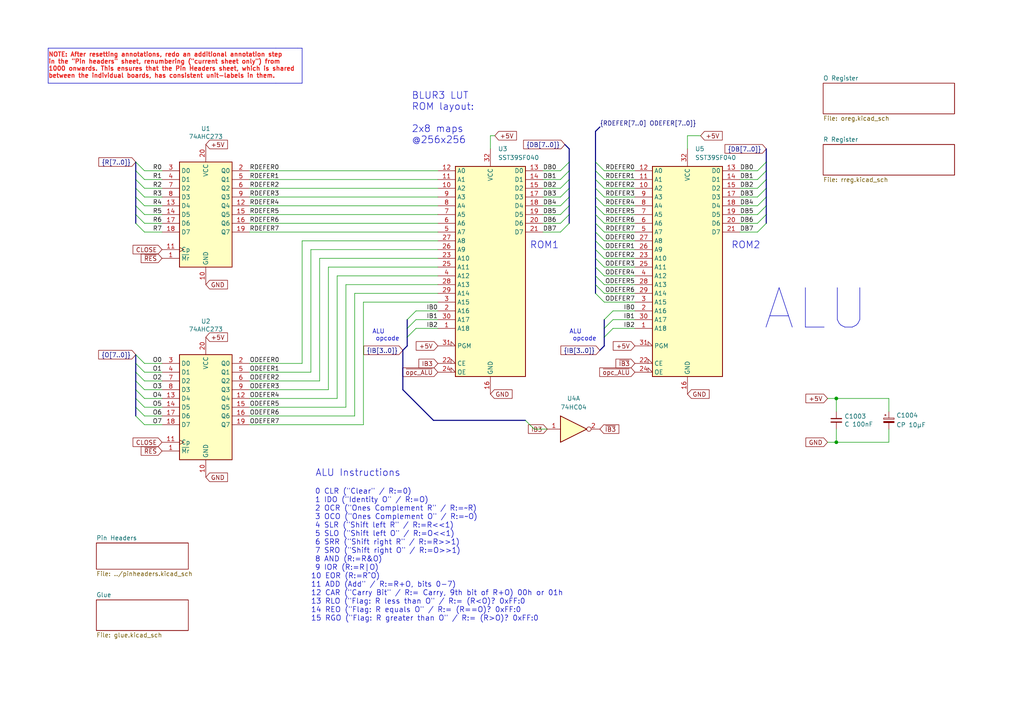
<source format=kicad_sch>
(kicad_sch (version 20231120) (generator "eeschema") (generator_version "8.0")
  (paper "A4")
  (title_block (title "Myth Microcontroller Project") (date "2024-09-21") (rev "1") (company "Picwok.com") (comment 1 "Project Contact: mim@ok-schalter.de (Michael)") (comment 2 "Author: Copyr. 2024 Michael Mangelsdorf/Dosflange@github") (comment 3 "Arithmetic-Logic Module (ALU)") (comment 4 "Main Sheet"))
  (lib_symbols
    (symbol "74xx:74HC04"
      (property "Reference" "U" (at 0 1.27 0))
      (property "Value" "74HC04" (at 0 -1.27 0))
      (symbol "74HC04_1_0"
        (polyline (pts (xy -3.81 3.81) (xy -3.81 -3.81) (xy 3.81 0) (xy -3.81 3.81)) (stroke (width 0.254)) (fill (type background)))
        (pin input line (at -7.62 0 0) (length 3.81) (name "~") (number "1"))
        (pin output inverted (at 7.62 0 180) (length 3.81) (name "~") (number "2"))
      )
      (symbol "74HC04_2_0"
        (polyline (pts (xy -3.81 3.81) (xy -3.81 -3.81) (xy 3.81 0) (xy -3.81 3.81)) (stroke (width 0.254)) (fill (type background)))
        (pin input line (at -7.62 0 0) (length 3.81) (name "~") (number "3"))
        (pin output inverted (at 7.62 0 180) (length 3.81) (name "~") (number "4"))
      )
      (symbol "74HC04_3_0"
        (polyline (pts (xy -3.81 3.81) (xy -3.81 -3.81) (xy 3.81 0) (xy -3.81 3.81)) (stroke (width 0.254)) (fill (type background)))
        (pin input line (at -7.62 0 0) (length 3.81) (name "~") (number "5"))
        (pin output inverted (at 7.62 0 180) (length 3.81) (name "~") (number "6"))
      )
      (symbol "74HC04_4_0"
        (polyline (pts (xy -3.81 3.81) (xy -3.81 -3.81) (xy 3.81 0) (xy -3.81 3.81)) (stroke (width 0.254)) (fill (type background)))
        (pin output inverted (at 7.62 0 180) (length 3.81) (name "~") (number "8"))
        (pin input line (at -7.62 0 0) (length 3.81) (name "~") (number "9"))
      )
      (symbol "74HC04_5_0"
        (polyline (pts (xy -3.81 3.81) (xy -3.81 -3.81) (xy 3.81 0) (xy -3.81 3.81)) (stroke (width 0.254)) (fill (type background)))
        (pin output inverted (at 7.62 0 180) (length 3.81) (name "~") (number "10"))
        (pin input line (at -7.62 0 0) (length 3.81) (name "~") (number "11"))
      )
      (symbol "74HC04_6_0"
        (polyline (pts (xy -3.81 3.81) (xy -3.81 -3.81) (xy 3.81 0) (xy -3.81 3.81)) (stroke (width 0.254)) (fill (type background)))
        (pin output inverted (at 7.62 0 180) (length 3.81) (name "~") (number "12"))
        (pin input line (at -7.62 0 0) (length 3.81) (name "~") (number "13"))
      )
      (symbol "74HC04_7_0"
        (pin power_in line (at 0 12.7 270) (length 5.08) (name "VCC") (number "14"))
        (pin power_in line (at 0 -12.7 90) (length 5.08) (name "GND") (number "7"))
      )
      (symbol "74HC04_7_1"
        (rectangle (start -5.08 7.62) (end 5.08 -7.62) (stroke (width 0.254)) (fill (type background)))
      )
    )
    (symbol "74xx:74HC273"
      (property "Reference" "U" (at -7.62 16.51 0))
      (property "Value" "74HC273" (at -7.62 -16.51 0))
      (symbol "74HC273_1_0"
        (pin input line (at -12.7 -12.7 0) (length 5.08) (name "~{Mr}") (number "1"))
        (pin power_in line (at 0 -20.32 90) (length 5.08) (name "GND") (number "10"))
        (pin input clock (at -12.7 -10.16 0) (length 5.08) (name "Cp") (number "11"))
        (pin output line (at 12.7 2.54 180) (length 5.08) (name "Q4") (number "12"))
        (pin input line (at -12.7 2.54 0) (length 5.08) (name "D4") (number "13"))
        (pin input line (at -12.7 0 0) (length 5.08) (name "D5") (number "14"))
        (pin output line (at 12.7 0 180) (length 5.08) (name "Q5") (number "15"))
        (pin output line (at 12.7 -2.54 180) (length 5.08) (name "Q6") (number "16"))
        (pin input line (at -12.7 -2.54 0) (length 5.08) (name "D6") (number "17"))
        (pin input line (at -12.7 -5.08 0) (length 5.08) (name "D7") (number "18"))
        (pin output line (at 12.7 -5.08 180) (length 5.08) (name "Q7") (number "19"))
        (pin output line (at 12.7 12.7 180) (length 5.08) (name "Q0") (number "2"))
        (pin power_in line (at 0 20.32 270) (length 5.08) (name "VCC") (number "20"))
        (pin input line (at -12.7 12.7 0) (length 5.08) (name "D0") (number "3"))
        (pin input line (at -12.7 10.16 0) (length 5.08) (name "D1") (number "4"))
        (pin output line (at 12.7 10.16 180) (length 5.08) (name "Q1") (number "5"))
        (pin output line (at 12.7 7.62 180) (length 5.08) (name "Q2") (number "6"))
        (pin input line (at -12.7 7.62 0) (length 5.08) (name "D2") (number "7"))
        (pin input line (at -12.7 5.08 0) (length 5.08) (name "D3") (number "8"))
        (pin output line (at 12.7 5.08 180) (length 5.08) (name "Q3") (number "9"))
      )
      (symbol "74HC273_1_1"
        (rectangle (start -7.62 15.24) (end 7.62 -15.24) (stroke (width 0.254)) (fill (type background)))
      )
    )
    (symbol "Device:C_Polarized_Small" (pin_numbers hide) (pin_names (offset 0.254) hide)
      (property "Reference" "C" (at 0.254 1.778 0))
      (property "Value" "C_Polarized_Small" (at 0.254 -2.032 0))
      (symbol "C_Polarized_Small_0_1"
        (rectangle (start -1.524 -0.3048) (end 1.524 -0.6858) (fill (type outline)))
        (rectangle (start -1.524 0.6858) (end 1.524 0.3048))
        (polyline (pts (xy -1.27 1.524) (xy -0.762 1.524)))
        (polyline (pts (xy -1.016 1.27) (xy -1.016 1.778)))
      )
      (symbol "C_Polarized_Small_1_1"
        (pin passive line (at 0 2.54 270) (length 1.8542) (name "~") (number "1"))
        (pin passive line (at 0 -2.54 90) (length 1.8542) (name "~") (number "2"))
      )
    )
    (symbol "Device:C_Small" (pin_numbers hide) (pin_names (offset 0.254) hide)
      (property "Reference" "C" (at 0.254 1.778 0))
      (property "Value" "C_Small" (at 0.254 -2.032 0))
      (symbol "C_Small_0_1"
        (polyline (pts (xy -1.524 -0.508) (xy 1.524 -0.508)) (stroke (width 0.3302)))
        (polyline (pts (xy -1.524 0.508) (xy 1.524 0.508)) (stroke (width 0.3048)))
      )
      (symbol "C_Small_1_1"
        (pin passive line (at 0 2.54 270) (length 2.032) (name "~") (number "1"))
        (pin passive line (at 0 -2.54 90) (length 2.032) (name "~") (number "2"))
      )
    )
    (symbol "Memory_Flash:SST39SF040"
      (property "Reference" "U" (at 2.54 33.02 0))
      (property "Value" "SST39SF040" (at 0 -30.48 0))
      (symbol "SST39SF040_0_0"
        (pin power_in line (at 0 -34.29 90) (length 5.08) (name "GND") (number "16"))
        (pin power_in line (at 0 36.83 270) (length 5.08) (name "VCC") (number "32"))
      )
      (symbol "SST39SF040_0_1"
        (rectangle (start -10.16 31.75) (end 10.16 -29.21) (stroke (width 0.254)) (fill (type background)))
      )
      (symbol "SST39SF040_1_1"
        (pin input line (at -15.24 -15.24 0) (length 5.08) (name "A18") (number "1"))
        (pin input line (at -15.24 25.4 0) (length 5.08) (name "A2") (number "10"))
        (pin input line (at -15.24 27.94 0) (length 5.08) (name "A1") (number "11"))
        (pin input line (at -15.24 30.48 0) (length 5.08) (name "A0") (number "12"))
        (pin tri_state line (at 15.24 30.48 180) (length 5.08) (name "D0") (number "13"))
        (pin tri_state line (at 15.24 27.94 180) (length 5.08) (name "D1") (number "14"))
        (pin tri_state line (at 15.24 25.4 180) (length 5.08) (name "D2") (number "15"))
        (pin tri_state line (at 15.24 22.86 180) (length 5.08) (name "D3") (number "17"))
        (pin tri_state line (at 15.24 20.32 180) (length 5.08) (name "D4") (number "18"))
        (pin tri_state line (at 15.24 17.78 180) (length 5.08) (name "D5") (number "19"))
        (pin input line (at -15.24 -10.16 0) (length 5.08) (name "A16") (number "2"))
        (pin tri_state line (at 15.24 15.24 180) (length 5.08) (name "D6") (number "20"))
        (pin tri_state line (at 15.24 12.7 180) (length 5.08) (name "D7") (number "21"))
        (pin input input_low (at -15.24 -25.4 0) (length 5.08) (name "CE") (number "22"))
        (pin input line (at -15.24 5.08 0) (length 5.08) (name "A10") (number "23"))
        (pin input input_low (at -15.24 -27.94 0) (length 5.08) (name "OE") (number "24"))
        (pin input line (at -15.24 2.54 0) (length 5.08) (name "A11") (number "25"))
        (pin input line (at -15.24 7.62 0) (length 5.08) (name "A9") (number "26"))
        (pin input line (at -15.24 10.16 0) (length 5.08) (name "A8") (number "27"))
        (pin input line (at -15.24 -2.54 0) (length 5.08) (name "A13") (number "28"))
        (pin input line (at -15.24 -5.08 0) (length 5.08) (name "A14") (number "29"))
        (pin input line (at -15.24 -7.62 0) (length 5.08) (name "A15") (number "3"))
        (pin input line (at -15.24 -12.7 0) (length 5.08) (name "A17") (number "30"))
        (pin input input_low (at -15.24 -20.32 0) (length 5.08) (name "PGM") (number "31"))
        (pin input line (at -15.24 0 0) (length 5.08) (name "A12") (number "4"))
        (pin input line (at -15.24 12.7 0) (length 5.08) (name "A7") (number "5"))
        (pin input line (at -15.24 15.24 0) (length 5.08) (name "A6") (number "6"))
        (pin input line (at -15.24 17.78 0) (length 5.08) (name "A5") (number "7"))
        (pin input line (at -15.24 20.32 0) (length 5.08) (name "A4") (number "8"))
        (pin input line (at -15.24 22.86 0) (length 5.08) (name "A3") (number "9"))
      )
    )
  )
  (junction (at 242.57 115.57))
  (junction (at 242.57 128.27))
  (bus_entry (at 162.56 49.53) (size 2.54 -2.54))
  (bus_entry (at 152.4 121.92) (size 2.54 2.54))
  (bus_entry (at 120.65 95.25) (size -2.54 2.54))
  (bus_entry (at 175.26 72.39) (size -2.54 -2.54))
  (bus_entry (at 120.65 90.17) (size -2.54 2.54))
  (bus_entry (at 219.71 54.61) (size 2.54 -2.54))
  (bus_entry (at 175.26 67.31) (size -2.54 -2.54))
  (bus_entry (at 219.71 52.07) (size 2.54 -2.54))
  (bus_entry (at 41.91 64.77) (size -2.54 -2.54))
  (bus_entry (at 41.91 113.03) (size -2.54 -2.54))
  (bus_entry (at 120.65 92.71) (size -2.54 2.54))
  (bus_entry (at 175.26 57.15) (size -2.54 -2.54))
  (bus_entry (at 175.26 52.07) (size -2.54 -2.54))
  (bus_entry (at 41.91 62.23) (size -2.54 -2.54))
  (bus_entry (at 175.26 64.77) (size -2.54 -2.54))
  (bus_entry (at 175.26 59.69) (size -2.54 -2.54))
  (bus_entry (at 41.91 52.07) (size -2.54 -2.54))
  (bus_entry (at 177.8 92.71) (size -2.54 2.54))
  (bus_entry (at 175.26 77.47) (size -2.54 -2.54))
  (bus_entry (at 219.71 59.69) (size 2.54 -2.54))
  (bus_entry (at 177.8 95.25) (size -2.54 2.54))
  (bus_entry (at 41.91 57.15) (size -2.54 -2.54))
  (bus_entry (at 175.26 49.53) (size -2.54 -2.54))
  (bus_entry (at 41.91 118.11) (size -2.54 -2.54))
  (bus_entry (at 175.26 85.09) (size -2.54 -2.54))
  (bus_entry (at 41.91 123.19) (size -2.54 -2.54))
  (bus_entry (at 162.56 59.69) (size 2.54 -2.54))
  (bus_entry (at 219.71 49.53) (size 2.54 -2.54))
  (bus_entry (at 41.91 59.69) (size -2.54 -2.54))
  (bus_entry (at 162.56 52.07) (size 2.54 -2.54))
  (bus_entry (at 41.91 110.49) (size -2.54 -2.54))
  (bus_entry (at 41.91 120.65) (size -2.54 -2.54))
  (bus_entry (at 219.71 57.15) (size 2.54 -2.54))
  (bus_entry (at 219.71 67.31) (size 2.54 -2.54))
  (bus_entry (at 162.56 67.31) (size 2.54 -2.54))
  (bus_entry (at 175.26 82.55) (size -2.54 -2.54))
  (bus_entry (at 41.91 49.53) (size -2.54 -2.54))
  (bus_entry (at 175.26 54.61) (size -2.54 -2.54))
  (bus_entry (at 175.26 74.93) (size -2.54 -2.54))
  (bus_entry (at 219.71 64.77) (size 2.54 -2.54))
  (bus_entry (at 41.91 107.95) (size -2.54 -2.54))
  (bus_entry (at 175.26 62.23) (size -2.54 -2.54))
  (bus_entry (at 162.56 62.23) (size 2.54 -2.54))
  (bus_entry (at 162.56 64.77) (size 2.54 -2.54))
  (bus_entry (at 162.56 54.61) (size 2.54 -2.54))
  (bus_entry (at 41.91 115.57) (size -2.54 -2.54))
  (bus_entry (at 175.26 80.01) (size -2.54 -2.54))
  (bus_entry (at 41.91 105.41) (size -2.54 -2.54))
  (bus_entry (at 175.26 87.63) (size -2.54 -2.54))
  (bus_entry (at 177.8 90.17) (size -2.54 2.54))
  (bus_entry (at 162.56 57.15) (size 2.54 -2.54))
  (bus_entry (at 219.71 62.23) (size 2.54 -2.54))
  (bus_entry (at 175.26 69.85) (size -2.54 -2.54))
  (bus_entry (at 41.91 54.61) (size -2.54 -2.54))
  (bus_entry (at 41.91 67.31) (size -2.54 -2.54))
  (wire (pts (xy 87.63 69.85) (xy 127 69.85)))
  (wire (pts (xy 120.65 95.25) (xy 127 95.25)))
  (bus (pts (xy 172.72 38.1) (xy 172.72 46.99)))
  (bus (pts (xy 165.1 46.99) (xy 165.1 49.53)))
  (wire (pts (xy 157.48 54.61) (xy 162.56 54.61)))
  (wire (pts (xy 72.39 110.49) (xy 92.71 110.49)))
  (bus (pts (xy 175.26 95.25) (xy 175.26 97.79)))
  (polyline (pts (xy 13.97 13.97) (xy 13.97 24.13)))
  (bus (pts (xy 172.72 57.15) (xy 172.72 54.61)))
  (wire (pts (xy 240.03 115.57) (xy 242.57 115.57)))
  (wire (pts (xy 175.26 74.93) (xy 184.15 74.93)))
  (wire (pts (xy 90.17 72.39) (xy 127 72.39)))
  (wire (pts (xy 142.24 39.37) (xy 142.24 43.18)))
  (bus (pts (xy 116.84 101.6) (xy 116.84 113.03)))
  (wire (pts (xy 100.33 82.55) (xy 100.33 118.11)))
  (wire (pts (xy 72.39 49.53) (xy 127 49.53)))
  (bus (pts (xy 172.72 67.31) (xy 172.72 64.77)))
  (bus (pts (xy 39.37 118.11) (xy 39.37 120.65)))
  (wire (pts (xy 242.57 119.38) (xy 242.57 115.57)))
  (wire (pts (xy 157.48 52.07) (xy 162.56 52.07)))
  (wire (pts (xy 157.48 59.69) (xy 162.56 59.69)))
  (wire (pts (xy 157.48 64.77) (xy 162.56 64.77)))
  (bus (pts (xy 222.25 43.18) (xy 222.25 46.99)))
  (wire (pts (xy 214.63 54.61) (xy 219.71 54.61)))
  (wire (pts (xy 142.24 39.37) (xy 143.51 39.37)))
  (wire (pts (xy 72.39 107.95) (xy 90.17 107.95)))
  (polyline (pts (xy 87.63 13.97) (xy 87.63 24.13)))
  (wire (pts (xy 72.39 64.77) (xy 127 64.77)))
  (wire (pts (xy 72.39 54.61) (xy 127 54.61)))
  (wire (pts (xy 157.48 67.31) (xy 162.56 67.31)))
  (wire (pts (xy 257.81 124.46) (xy 257.81 128.27)))
  (wire (pts (xy 175.26 72.39) (xy 184.15 72.39)))
  (wire (pts (xy 154.94 124.46) (xy 158.75 124.46)))
  (bus (pts (xy 39.37 102.87) (xy 39.37 105.41)))
  (wire (pts (xy 87.63 69.85) (xy 87.63 105.41)))
  (bus (pts (xy 165.1 59.69) (xy 165.1 62.23)))
  (wire (pts (xy 214.63 49.53) (xy 219.71 49.53)))
  (wire (pts (xy 92.71 74.93) (xy 92.71 110.49)))
  (polyline (pts (xy 80.01 24.13) (xy 87.63 24.13)))
  (wire (pts (xy 120.65 92.71) (xy 127 92.71)))
  (wire (pts (xy 240.03 128.27) (xy 242.57 128.27)))
  (wire (pts (xy 175.26 77.47) (xy 184.15 77.47)))
  (bus (pts (xy 39.37 49.53) (xy 39.37 52.07)))
  (bus (pts (xy 172.72 80.01) (xy 172.72 77.47)))
  (wire (pts (xy 175.26 54.61) (xy 184.15 54.61)))
  (wire (pts (xy 242.57 128.27) (xy 257.81 128.27)))
  (bus (pts (xy 222.25 52.07) (xy 222.25 54.61)))
  (wire (pts (xy 72.39 57.15) (xy 127 57.15)))
  (bus (pts (xy 172.72 69.85) (xy 172.72 67.31)))
  (wire (pts (xy 242.57 115.57) (xy 257.81 115.57)))
  (bus (pts (xy 39.37 107.95) (xy 39.37 110.49)))
  (wire (pts (xy 72.39 62.23) (xy 127 62.23)))
  (bus (pts (xy 118.11 92.71) (xy 118.11 95.25)))
  (wire (pts (xy 46.99 67.31) (xy 41.91 67.31)))
  (bus (pts (xy 172.72 72.39) (xy 172.72 69.85)))
  (wire (pts (xy 95.25 77.47) (xy 95.25 113.03)))
  (wire (pts (xy 175.26 67.31) (xy 184.15 67.31)))
  (bus (pts (xy 172.72 74.93) (xy 172.72 72.39)))
  (wire (pts (xy 214.63 62.23) (xy 219.71 62.23)))
  (wire (pts (xy 46.99 57.15) (xy 41.91 57.15)))
  (wire (pts (xy 72.39 120.65) (xy 102.87 120.65)))
  (wire (pts (xy 97.79 80.01) (xy 127 80.01)))
  (bus (pts (xy 39.37 115.57) (xy 39.37 118.11)))
  (bus (pts (xy 222.25 54.61) (xy 222.25 57.15)))
  (wire (pts (xy 90.17 72.39) (xy 90.17 107.95)))
  (bus (pts (xy 172.72 82.55) (xy 172.72 80.01)))
  (wire (pts (xy 100.33 82.55) (xy 127 82.55)))
  (bus (pts (xy 172.72 64.77) (xy 172.72 62.23)))
  (wire (pts (xy 177.8 92.71) (xy 184.15 92.71)))
  (wire (pts (xy 257.81 119.38) (xy 257.81 115.57)))
  (wire (pts (xy 46.99 59.69) (xy 41.91 59.69)))
  (bus (pts (xy 222.25 59.69) (xy 222.25 62.23)))
  (wire (pts (xy 175.26 57.15) (xy 184.15 57.15)))
  (bus (pts (xy 152.4 121.92) (xy 125.73 121.92)))
  (bus (pts (xy 165.1 49.53) (xy 165.1 52.07)))
  (polyline (pts (xy 86.36 13.97) (xy 87.63 13.97)))
  (wire (pts (xy 214.63 64.77) (xy 219.71 64.77)))
  (wire (pts (xy 175.26 59.69) (xy 184.15 59.69)))
  (wire (pts (xy 46.99 110.49) (xy 41.91 110.49)))
  (polyline (pts (xy 13.97 13.97) (xy 80.01 13.97)))
  (wire (pts (xy 46.99 123.19) (xy 41.91 123.19)))
  (bus (pts (xy 172.72 49.53) (xy 172.72 46.99)))
  (wire (pts (xy 46.99 107.95) (xy 41.91 107.95)))
  (wire (pts (xy 105.41 87.63) (xy 105.41 123.19)))
  (wire (pts (xy 105.41 87.63) (xy 127 87.63)))
  (wire (pts (xy 46.99 120.65) (xy 41.91 120.65)))
  (bus (pts (xy 118.11 97.79) (xy 118.11 100.33)))
  (bus (pts (xy 222.25 46.99) (xy 222.25 49.53)))
  (wire (pts (xy 157.48 49.53) (xy 162.56 49.53)))
  (wire (pts (xy 72.39 118.11) (xy 100.33 118.11)))
  (wire (pts (xy 242.57 124.46) (xy 242.57 128.27)))
  (bus (pts (xy 39.37 113.03) (xy 39.37 115.57)))
  (bus (pts (xy 39.37 57.15) (xy 39.37 59.69)))
  (bus (pts (xy 172.72 52.07) (xy 172.72 49.53)))
  (bus (pts (xy 39.37 105.41) (xy 39.37 107.95)))
  (bus (pts (xy 165.1 43.18) (xy 165.1 46.99)))
  (bus (pts (xy 175.26 97.79) (xy 175.26 100.33)))
  (polyline (pts (xy 80.01 13.97) (xy 86.36 13.97)))
  (wire (pts (xy 46.99 62.23) (xy 41.91 62.23)))
  (wire (pts (xy 175.26 87.63) (xy 184.15 87.63)))
  (wire (pts (xy 72.39 115.57) (xy 97.79 115.57)))
  (wire (pts (xy 214.63 52.07) (xy 219.71 52.07)))
  (bus (pts (xy 172.72 77.47) (xy 172.72 74.93)))
  (bus (pts (xy 172.72 62.23) (xy 172.72 59.69)))
  (bus (pts (xy 222.25 62.23) (xy 222.25 64.77)))
  (wire (pts (xy 157.48 57.15) (xy 162.56 57.15)))
  (bus (pts (xy 39.37 52.07) (xy 39.37 54.61)))
  (wire (pts (xy 175.26 52.07) (xy 184.15 52.07)))
  (polyline (pts (xy 13.97 24.13) (xy 80.01 24.13)))
  (bus (pts (xy 118.11 95.25) (xy 118.11 97.79)))
  (wire (pts (xy 95.25 77.47) (xy 127 77.47)))
  (wire (pts (xy 214.63 59.69) (xy 219.71 59.69)))
  (bus (pts (xy 172.72 85.09) (xy 172.72 82.55)))
  (wire (pts (xy 46.99 118.11) (xy 41.91 118.11)))
  (wire (pts (xy 120.65 90.17) (xy 127 90.17)))
  (bus (pts (xy 172.72 38.1) (xy 173.99 36.83)))
  (wire (pts (xy 175.26 64.77) (xy 184.15 64.77)))
  (wire (pts (xy 72.39 67.31) (xy 127 67.31)))
  (wire (pts (xy 177.8 90.17) (xy 184.15 90.17)))
  (wire (pts (xy 72.39 52.07) (xy 127 52.07)))
  (wire (pts (xy 102.87 85.09) (xy 102.87 120.65)))
  (bus (pts (xy 165.1 52.07) (xy 165.1 54.61)))
  (wire (pts (xy 175.26 80.01) (xy 184.15 80.01)))
  (wire (pts (xy 72.39 113.03) (xy 95.25 113.03)))
  (wire (pts (xy 46.99 52.07) (xy 41.91 52.07)))
  (bus (pts (xy 163.83 41.91) (xy 165.1 43.18)))
  (wire (pts (xy 92.71 74.93) (xy 127 74.93)))
  (bus (pts (xy 39.37 59.69) (xy 39.37 62.23)))
  (wire (pts (xy 46.99 115.57) (xy 41.91 115.57)))
  (wire (pts (xy 175.26 69.85) (xy 184.15 69.85)))
  (wire (pts (xy 175.26 82.55) (xy 184.15 82.55)))
  (wire (pts (xy 175.26 62.23) (xy 184.15 62.23)))
  (wire (pts (xy 72.39 105.41) (xy 87.63 105.41)))
  (bus (pts (xy 116.84 101.6) (xy 118.11 100.33)))
  (bus (pts (xy 39.37 54.61) (xy 39.37 57.15)))
  (bus (pts (xy 165.1 62.23) (xy 165.1 64.77)))
  (wire (pts (xy 175.26 85.09) (xy 184.15 85.09)))
  (wire (pts (xy 46.99 105.41) (xy 41.91 105.41)))
  (wire (pts (xy 214.63 67.31) (xy 219.71 67.31)))
  (bus (pts (xy 172.72 59.69) (xy 172.72 57.15)))
  (bus (pts (xy 222.25 57.15) (xy 222.25 59.69)))
  (bus (pts (xy 173.99 101.6) (xy 175.26 100.33)))
  (wire (pts (xy 157.48 62.23) (xy 162.56 62.23)))
  (bus (pts (xy 175.26 92.71) (xy 175.26 95.25)))
  (wire (pts (xy 102.87 85.09) (xy 127 85.09)))
  (wire (pts (xy 199.39 39.37) (xy 199.39 43.18)))
  (wire (pts (xy 46.99 113.03) (xy 41.91 113.03)))
  (wire (pts (xy 97.79 80.01) (xy 97.79 115.57)))
  (wire (pts (xy 72.39 123.19) (xy 105.41 123.19)))
  (bus (pts (xy 39.37 110.49) (xy 39.37 113.03)))
  (wire (pts (xy 177.8 95.25) (xy 184.15 95.25)))
  (wire (pts (xy 199.39 39.37) (xy 203.2 39.37)))
  (wire (pts (xy 46.99 49.53) (xy 41.91 49.53)))
  (wire (pts (xy 46.99 64.77) (xy 41.91 64.77)))
  (wire (pts (xy 214.63 57.15) (xy 219.71 57.15)))
  (bus (pts (xy 172.72 54.61) (xy 172.72 52.07)))
  (bus (pts (xy 39.37 46.99) (xy 39.37 49.53)))
  (bus (pts (xy 165.1 57.15) (xy 165.1 59.69)))
  (bus (pts (xy 125.73 121.92) (xy 116.84 113.03)))
  (wire (pts (xy 46.99 54.61) (xy 41.91 54.61)))
  (wire (pts (xy 175.26 49.53) (xy 184.15 49.53)))
  (bus (pts (xy 222.25 49.53) (xy 222.25 52.07)))
  (bus (pts (xy 165.1 54.61) (xy 165.1 57.15)))
  (bus (pts (xy 39.37 62.23) (xy 39.37 64.77)))
  (wire (pts (xy 72.39 59.69) (xy 127 59.69)))
  (text "BLUR3 LUT\nROM layout:\n\n2x8 maps\n@256x256" (at 119.38 41.91 0) (effects (font (size 2 2)) (justify left bottom)))
  (text "ALU\n opcode" (at 107.95 99.06 0) (effects (font (size 1.27 1.27)) (justify left bottom)))
  (text "NOTE: After resetting annotations, redo an additional annotation step\nin the \"Pin headers\" sheet, renumbering (\"current sheet only\") from\n1000 onwards. This ensures that the Pin Headers sheet, which is shared\nbetween the individual boards, has consistent unit-labels in them." (at 13.97 22.86 0) (effects (font (size 1.27 1.27) (thickness 0.254) (bold yes)) (justify left bottom)))
  (text "\n" (at 74.93 191.77 0) (effects (font (size 1.524 1.524)) (justify left bottom)))
  (text "ALU\n opcode" (at 165.1 99.06 0) (effects (font (size 1.27 1.27)) (justify left bottom)))
  (text " 0 CLR (\"Clear\" / R:=0)\n 1 IDO (\"Identity O\" / R:=O)\n 2 OCR (\"Ones Complement R\" / R:=~R)\n 3 OCO (\"Ones Complement O\" / R:=~O)\n 4 SLR (\"Shift left R\" / R:=R<<1)\n 5 SLO (\"Shift left O\" / R:=O<<1)\n 6 SRR (\"Shift right R\" / R:=R>>1)\n 7 SRO (\"Shift right O\" / R:=O>>1)\n 8 AND (R:=R&O)\n 9 IOR (R:=R|O)\n10 EOR (R:=R^O)\n11 ADD (Add\" / R:=R+O, bits 0-7)\n12 CAR (\"Carry Bit\" / R:= Carry, 9th bit of R+O) 00h or 01h\n13 RLO (\"Flag: R less than O\" / R:= (R<O)? 0xFF:0\n14 REO (\"Flag: R equals O\" / R:= (R==O)? 0xFF:0\n15 RGO (\"Flag: R greater than O\" / R:= (R>O)? 0xFF:0" (at 90.17 180.34 0) (effects (font (size 1.524 1.524)) (justify left bottom)))
  (text "ALU" (at 220.98 96.52 0) (effects (font (size 11.43 11.43)) (justify left bottom)))
  (text "ROM1" (at 153.67 72.39 0) (effects (font (size 2 2)) (justify left bottom)))
  (text "ALU Instructions" (at 91.44 138.43 0) (effects (font (size 2 2)) (justify left bottom)))
  (text "ROM2" (at 212.09 72.39 0) (effects (font (size 2 2)) (justify left bottom)))
  (label "R7" (at 46.99 67.31 180))
  (label "O5" (at 46.99 118.11 180))
  (label "ODEFER3" (at 72.39 113.03 0))
  (label "DB7" (at 157.48 67.31 0))
  (label "R3" (at 46.99 57.15 180))
  (label "R5" (at 46.99 62.23 180))
  (label "DB1" (at 157.48 52.07 0))
  (label "DB7" (at 214.63 67.31 0))
  (label "ODEFER7" (at 72.39 123.19 0))
  (label "RDEFER1" (at 72.39 52.07 0))
  (label "O0" (at 46.99 105.41 180))
  (label "O2" (at 46.99 110.49 180))
  (label "{RDEFER[7..0] ODEFER[7..0]}" (at 173.99 36.83 0))
  (label "IB2" (at 184.15 95.25 180))
  (label "ODEFER2" (at 184.15 74.93 180))
  (label "O6" (at 46.99 120.65 180))
  (label "RDEFER2" (at 184.15 54.61 180))
  (label "RDEFER5" (at 72.39 62.23 0))
  (label "O7" (at 46.99 123.19 180))
  (label "RDEFER7" (at 184.15 67.31 180))
  (label "RDEFER5" (at 184.15 62.23 180))
  (label "IB0" (at 127 90.17 180))
  (label "IB1" (at 184.15 92.71 180))
  (label "ODEFER4" (at 184.15 80.01 180))
  (label "RDEFER1" (at 184.15 52.07 180))
  (label "ODEFER6" (at 184.15 85.09 180))
  (label "IB0" (at 184.15 90.17 180))
  (label "RDEFER3" (at 184.15 57.15 180))
  (label "O3" (at 46.99 113.03 180))
  (label "DB5" (at 214.63 62.23 0))
  (label "O1" (at 46.99 107.95 180))
  (label "R1" (at 46.99 52.07 180))
  (label "ODEFER5" (at 184.15 82.55 180))
  (label "DB0" (at 157.48 49.53 0))
  (label "DB2" (at 157.48 54.61 0))
  (label "RDEFER7" (at 72.39 67.31 0))
  (label "DB4" (at 157.48 59.69 0))
  (label "ODEFER2" (at 72.39 110.49 0))
  (label "ODEFER6" (at 72.39 120.65 0))
  (label "ODEFER1" (at 184.15 72.39 180))
  (label "ODEFER3" (at 184.15 77.47 180))
  (label "RDEFER4" (at 184.15 59.69 180))
  (label "DB4" (at 214.63 59.69 0))
  (label "RDEFER3" (at 72.39 57.15 0))
  (label "RDEFER0" (at 184.15 49.53 180))
  (label "R0" (at 46.99 49.53 180))
  (label "R2" (at 46.99 54.61 180))
  (label "RDEFER6" (at 72.39 64.77 0))
  (label "IB2" (at 127 95.25 180))
  (label "ODEFER4" (at 72.39 115.57 0))
  (label "R6" (at 46.99 64.77 180))
  (label "DB0" (at 214.63 49.53 0))
  (label "R4" (at 46.99 59.69 180))
  (label "ODEFER0" (at 184.15 69.85 180))
  (label "O4" (at 46.99 115.57 180))
  (label "DB2" (at 214.63 54.61 0))
  (label "RDEFER2" (at 72.39 54.61 0))
  (label "DB5" (at 157.48 62.23 0))
  (label "ODEFER7" (at 184.15 87.63 180))
  (label "ODEFER0" (at 72.39 105.41 0))
  (label "RDEFER6" (at 184.15 64.77 180))
  (label "RDEFER4" (at 72.39 59.69 0))
  (label "ODEFER1" (at 72.39 107.95 0))
  (label "DB3" (at 214.63 57.15 0))
  (label "ODEFER5" (at 72.39 118.11 0))
  (label "DB3" (at 157.48 57.15 0))
  (label "DB1" (at 214.63 52.07 0))
  (label "IB1" (at 127 92.71 180))
  (label "RDEFER0" (at 72.39 49.53 0))
  (label "DB6" (at 214.63 64.77 0))
  (label "DB6" (at 157.48 64.77 0))
  (global_label "~{opc_ALU}" (shape input) (at 127 107.95 180) (property "Intersheetrefs" "${INTERSHEET_REFS}" (effects (hide yes))))
  (global_label "+5V" (shape input) (at 127 100.33 180) (property "Intersheetrefs" "${INTERSHEET_REFS}" (effects (hide yes))))
  (global_label "+5V" (shape input) (at 184.15 100.33 180) (property "Intersheetrefs" "${INTERSHEET_REFS}" (effects (hide yes))))
  (global_label "IB3" (shape input) (at 158.75 124.46 180) (property "Intersheetrefs" "${INTERSHEET_REFS}" (effects (hide yes))))
  (global_label "~{IB3}" (shape input) (at 173.99 124.46 0) (property "Intersheetrefs" "${INTERSHEET_REFS}" (effects (hide yes))))
  (global_label "IB3" (shape input) (at 127 105.41 180) (property "Intersheetrefs" "${INTERSHEET_REFS}" (effects (hide yes))))
  (global_label "+5V" (shape input) (at 203.2 39.37 0) (property "Intersheetrefs" "${INTERSHEET_REFS}" (effects (hide yes))))
  (global_label "{O[7..0]}" (shape input) (at 39.37 102.87 180) (property "Intersheetrefs" "${INTERSHEET_REFS}" (effects (hide yes))))
  (global_label "{R[7..0]}" (shape input) (at 39.37 46.99 180) (property "Intersheetrefs" "${INTERSHEET_REFS}" (effects (hide yes))))
  (global_label "+5V" (shape input) (at 143.51 39.37 0) (property "Intersheetrefs" "${INTERSHEET_REFS}" (effects (hide yes))))
  (global_label "GND" (shape input) (at 59.69 82.55 0) (property "Intersheetrefs" "${INTERSHEET_REFS}" (effects (hide yes))))
  (global_label "+5V" (shape input) (at 240.03 115.57 180) (property "Intersheetrefs" "${INTERSHEET_REFS}" (effects (hide yes))))
  (global_label "{IB[3..0]}" (shape input) (at 173.99 101.6 180) (property "Intersheetrefs" "${INTERSHEET_REFS}" (effects (hide yes))))
  (global_label "{DB[7..0]}" (shape input) (at 222.25 43.18 180) (property "Intersheetrefs" "${INTERSHEET_REFS}" (effects (hide yes))))
  (global_label "~{RES}" (shape input) (at 46.99 130.81 180) (property "Intersheetrefs" "${INTERSHEET_REFS}" (effects (hide yes))))
  (global_label "GND" (shape input) (at 240.03 128.27 180) (property "Intersheetrefs" "${INTERSHEET_REFS}" (effects (hide yes))))
  (global_label "+5V" (shape input) (at 59.69 97.79 0) (property "Intersheetrefs" "${INTERSHEET_REFS}" (effects (hide yes))))
  (global_label "GND" (shape input) (at 59.69 138.43 0) (property "Intersheetrefs" "${INTERSHEET_REFS}" (effects (hide yes))))
  (global_label "~{IB3}" (shape input) (at 184.15 105.41 180) (property "Intersheetrefs" "${INTERSHEET_REFS}" (effects (hide yes))))
  (global_label "~{RES}" (shape input) (at 46.99 74.93 180) (property "Intersheetrefs" "${INTERSHEET_REFS}" (effects (hide yes))))
  (global_label "GND" (shape input) (at 199.39 114.3 0) (property "Intersheetrefs" "${INTERSHEET_REFS}" (effects (hide yes))))
  (global_label "GND" (shape input) (at 142.24 114.3 0) (property "Intersheetrefs" "${INTERSHEET_REFS}" (effects (hide yes))))
  (global_label "{DB[7..0]}" (shape input) (at 163.83 41.91 180) (property "Intersheetrefs" "${INTERSHEET_REFS}" (effects (hide yes))))
  (global_label "CLOSE" (shape input) (at 46.99 72.39 180) (property "Intersheetrefs" "${INTERSHEET_REFS}" (effects (hide yes))))
  (global_label "~{opc_ALU}" (shape input) (at 184.15 107.95 180) (property "Intersheetrefs" "${INTERSHEET_REFS}" (effects (hide yes))))
  (global_label "CLOSE" (shape input) (at 46.99 128.27 180) (property "Intersheetrefs" "${INTERSHEET_REFS}" (effects (hide yes))))
  (global_label "+5V" (shape input) (at 59.69 41.91 0) (property "Intersheetrefs" "${INTERSHEET_REFS}" (effects (hide yes))))
  (global_label "{IB[3..0]}" (shape input) (at 116.84 101.6 180) (property "Intersheetrefs" "${INTERSHEET_REFS}" (effects (hide yes))))
  (symbol (lib_id "Memory_Flash:SST39SF040") (at 142.24 80.01 0) (unit 1)
    (property "Reference" "U3" (at 144.4341 43.18 0) (effects (justify left)))
    (property "Value" "SST39SF040" (at 144.4341 45.72 0) (effects (justify left)))
    (property "Footprint" "Package_DIP:DIP-32_W15.24mm_Socket_LongPads" (effects (hide yes)))
    (property "Datasheet" "http://ww1.microchip.com/downloads/en/DeviceDoc/25022B.pdf" (effects (hide yes)))
    (property "Description" "Silicon Storage Technology (SSF) 512k x 8 Flash ROM" (effects (hide yes)))
  )
  (symbol (lib_id "74xx:74HC273") (at 59.69 62.23 0) (unit 1)
    (property "Reference" "U1" (at 59.69 37.3126 0))
    (property "Value" "74AHC273" (at 59.69 39.624 0))
    (property "Footprint" "Package_DIP:DIP-20_W7.62mm_Socket_LongPads" (effects (hide yes)))
    (property "Datasheet" "https://assets.nexperia.com/documents/data-sheet/74HC_HCT273.pdf" (effects (hide yes)))
  )
  (symbol (lib_id "Device:C_Polarized_Small") (at 257.81 121.92 0) (unit 1)
    (property "Reference" "C1004" (at 259.969 120.4654 0) (effects (justify left)))
    (property "Value" "CP 10μF" (at 259.969 123.2405 0) (effects (justify left)))
    (property "Footprint" "Capacitor_THT:CP_Radial_D6.3mm_P2.50mm" (effects (hide yes)))
  )
  (symbol (lib_id "Device:C_Small") (at 242.57 121.92 0) (unit 1)
    (property "Reference" "C1003" (at 244.9068 120.7516 0) (effects (justify left)))
    (property "Value" "C 100nF" (at 244.9068 123.063 0) (effects (justify left)))
    (property "Footprint" "Capacitor_THT:C_Disc_D5.0mm_W2.5mm_P2.50mm" (effects (hide yes)))
  )
  (symbol (lib_id "Memory_Flash:SST39SF040") (at 199.39 80.01 0) (unit 1)
    (property "Reference" "U5" (at 201.5841 43.18 0) (effects (justify left)))
    (property "Value" "SST39SF040" (at 201.5841 45.72 0) (effects (justify left)))
    (property "Footprint" "Package_DIP:DIP-32_W15.24mm_Socket_LongPads" (effects (hide yes)))
    (property "Datasheet" "http://ww1.microchip.com/downloads/en/DeviceDoc/25022B.pdf" (effects (hide yes)))
    (property "Description" "Silicon Storage Technology (SSF) 512k x 8 Flash ROM" (effects (hide yes)))
  )
  (symbol (lib_id "74xx:74HC273") (at 59.69 118.11 0) (unit 1)
    (property "Reference" "U2" (at 59.69 93.1926 0))
    (property "Value" "74AHC273" (at 59.69 95.504 0))
    (property "Footprint" "Package_DIP:DIP-20_W7.62mm_Socket_LongPads" (effects (hide yes)))
    (property "Datasheet" "https://assets.nexperia.com/documents/data-sheet/74HC_HCT273.pdf" (effects (hide yes)))
  )
  (symbol (lib_id "74xx:74HC04") (at 166.37 124.46 0) (unit 1)
    (property "Reference" "U4" (at 166.37 115.57 0))
    (property "Value" "74HC04" (at 166.37 118.11 0))
    (property "Footprint" "Package_DIP:DIP-14_W7.62mm_Socket_LongPads" (effects (hide yes)))
    (property "Datasheet" "https://assets.nexperia.com/documents/data-sheet/74HC_HCT04.pdf" (effects (hide yes)))
    (property "Description" "Hex Inverter" (effects (hide yes)))
  )
  (sheet (at 238.76 41.91) (size 38.1 8.89) (stroke (width 0.1524))
    (property "Sheetname" "R Register" (at 238.76 41.1984 0) (effects (justify left bottom)))
    (property "Sheetfile" "rreg.kicad_sch" (at 238.76 51.3846 0) (effects (justify left top)))
  )
  (sheet (at 238.76 24.13) (size 38.1 8.89) (stroke (width 0.1524))
    (property "Sheetname" "O Register" (at 238.76 23.4184 0) (effects (justify left bottom)))
    (property "Sheetfile" "oreg.kicad_sch" (at 238.76 33.6046 0) (effects (justify left top)))
  )
  (sheet (at 27.94 157.48) (size 26.67 7.62) (stroke (width 0.1524))
    (property "Sheetname" "Pin Headers" (at 27.94 156.7684 0) (effects (justify left bottom)))
    (property "Sheetfile" "../pinheaders.kicad_sch" (at 27.94 165.6846 0) (effects (justify left top)))
  )
  (sheet (at 27.94 173.99) (size 26.67 8.89) (stroke (width 0.1524))
    (property "Sheetname" "Glue" (at 27.94 173.2784 0) (effects (justify left bottom)))
    (property "Sheetfile" "glue.kicad_sch" (at 27.94 183.4646 0) (effects (justify left top)))
  )
)
</source>
